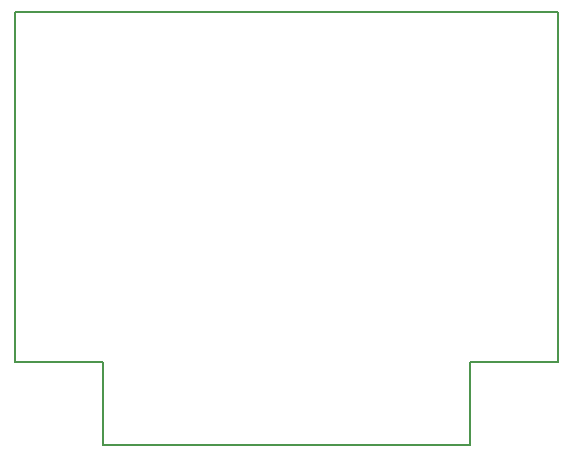
<source format=gko>
G04 Layer_Color=16711935*
%FSLAX24Y24*%
%MOIN*%
G70*
G01*
G75*
%ADD10C,0.0079*%
D10*
X25000Y42323D02*
X43110D01*
Y30669D02*
Y42323D01*
X25000Y30669D02*
Y42323D01*
X40157Y27894D02*
Y30669D01*
X27953Y27894D02*
Y30669D01*
Y27894D02*
X40157D01*
X25000Y30669D02*
X27953D01*
X40157D02*
X43110D01*
M02*

</source>
